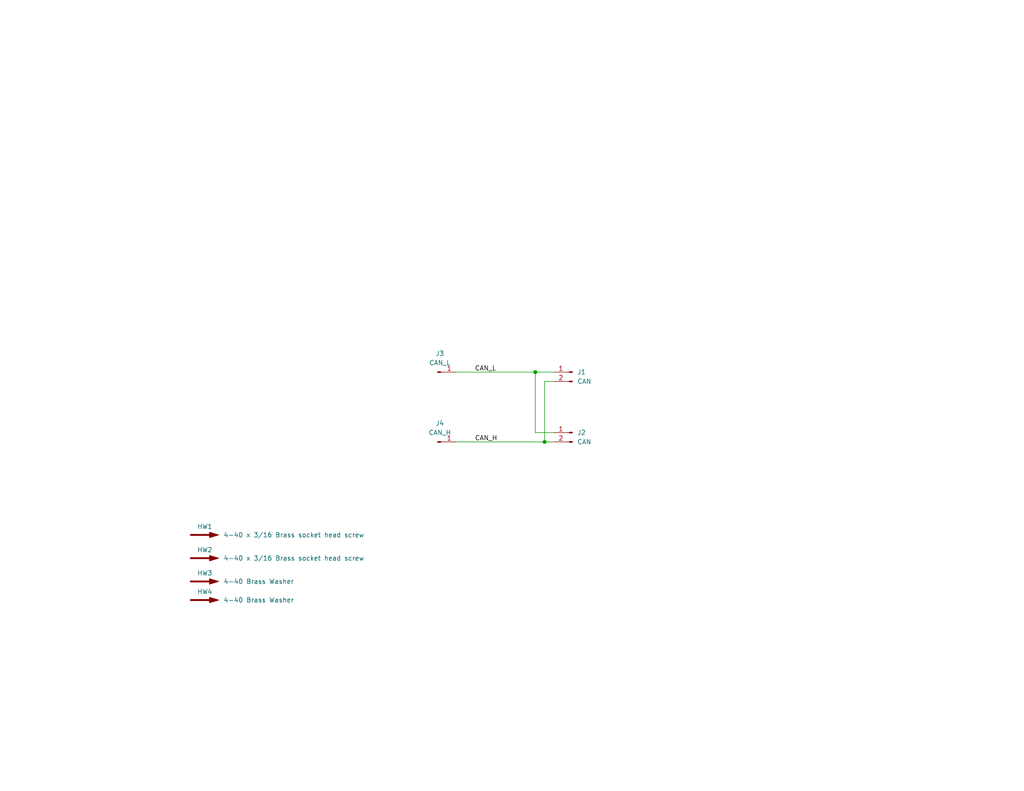
<source format=kicad_sch>
(kicad_sch (version 20230121) (generator eeschema)
  (paper "A")
  (title_block (title "Kraken CAN Adapter") (date "2023-12-28") (rev "1") (company "971 Spartan Robotics"))
  (lib_symbols
    (symbol "Connector:Conn_01x01_Pin" (pin_names (offset 1.016) hide)
      (property "Reference" "J" (at 0 2.54 0))
      (property "Value" "Conn_01x01_Pin" (at 0 -2.54 0))
      (symbol "Conn_01x01_Pin_1_1"
        (polyline (pts (xy 1.27 0) (xy 0.8636 0)) (stroke (width 0.1524)))
        (rectangle (start 0.8636 0.127) (end 0 -0.127) (stroke (width 0.1524)) (fill (type outline)))
        (pin passive line (at 5.08 0 180) (length 3.81) (name "Pin_1") (number "1"))
      )
    )
    (symbol "Connector:Conn_01x02_Pin" (pin_names (offset 1.016) hide)
      (property "Reference" "J" (at 0 2.54 0))
      (property "Value" "Conn_01x02_Pin" (at 0 -5.08 0))
      (symbol "Conn_01x02_Pin_1_1"
        (polyline (pts (xy 1.27 -2.54) (xy 0.8636 -2.54)) (stroke (width 0.1524)))
        (polyline (pts (xy 1.27 0) (xy 0.8636 0)) (stroke (width 0.1524)))
        (rectangle (start 0.8636 -2.413) (end 0 -2.667) (stroke (width 0.1524)) (fill (type outline)))
        (rectangle (start 0.8636 0.127) (end 0 -0.127) (stroke (width 0.1524)) (fill (type outline)))
        (pin passive line (at 5.08 0 180) (length 3.81) (name "Pin_1") (number "1"))
        (pin passive line (at 5.08 -2.54 180) (length 3.81) (name "Pin_2") (number "2"))
      )
    )
    (symbol "Graphic:SYM_Arrow_Large" (in_bom no) (on_board no)
      (symbol "SYM_Arrow_Large_0_1"
        (polyline (pts (xy 2.54 0) (xy -3.81 0)) (stroke (width 0.508)))
        (polyline (pts (xy 3.81 0) (xy 1.27 -0.762) (xy 1.27 0.762) (xy 3.81 0)) (fill (type outline)))
      )
    )
  )
  (junction (at 148.59 120.65))
  (junction (at 146.05 101.6))
  (wire (pts (xy 146.05 101.6) (xy 146.05 118.11)))
  (wire (pts (xy 148.59 120.65) (xy 124.46 120.65)))
  (wire (pts (xy 148.59 104.14) (xy 148.59 120.65)))
  (wire (pts (xy 148.59 120.65) (xy 151.13 120.65)))
  (wire (pts (xy 146.05 101.6) (xy 151.13 101.6)))
  (wire (pts (xy 146.05 101.6) (xy 124.46 101.6)))
  (wire (pts (xy 151.13 104.14) (xy 148.59 104.14)))
  (wire (pts (xy 151.13 118.11) (xy 146.05 118.11)))
  (label "CAN_L" (at 129.54 101.6 0))
  (label "CAN_H" (at 129.54 120.65 0))
  (symbol (lib_id "Graphic:SYM_Arrow_Large") (at 55.88 152.4 0) (unit 1) (on_board no)
    (property "Reference" "HW2" (at 55.88 150.114 0))
    (property "Value" "4-40 x 3/16 Brass socket head screw" (at 60.96 152.4 0) (effects (justify left)))
    (property "Datasheet" "https://www.mcmaster.com/93465A103/" (effects hide))
    (property "MFG" "McMaster-Carr" (effects hide))
    (property "MFG P/N" "93465A103" (effects hide))
  )
  (symbol (lib_id "Graphic:SYM_Arrow_Large") (at 55.88 158.75 0) (unit 1) (on_board no)
    (property "Reference" "HW3" (at 55.88 156.464 0))
    (property "Value" "4-40 Brass Washer" (at 60.96 158.75 0) (effects (justify left)))
    (property "Datasheet" "https://www.mcmaster.com/92916A320/" (effects hide))
    (property "MFG" "McMaster-Carr" (effects hide))
    (property "MFG P/N" "92916A320" (effects hide))
  )
  (symbol (lib_id "Graphic:SYM_Arrow_Large") (at 55.88 146.05 0) (unit 1) (on_board no)
    (property "Reference" "HW1" (at 55.88 143.764 0))
    (property "Value" "4-40 x 3/16 Brass socket head screw" (at 60.96 146.05 0) (effects (justify left)))
    (property "Datasheet" "https://www.mcmaster.com/93465A103/" (effects hide))
    (property "MFG" "McMaster-Carr" (effects hide))
    (property "MFG P/N" "93465A103" (effects hide))
  )
  (symbol (lib_id "Connector:Conn_01x01_Pin") (at 119.38 101.6 0) (unit 1) (in_bom no)
    (property "Reference" "J3" (at 120.015 96.52 0))
    (property "Value" "CAN_L" (at 120.015 99.06 0))
    (property "Footprint" "kraken-adapter:ScrewTerminal-#4" (effects hide))
  )
  (symbol (lib_id "Connector:Conn_01x02_Pin") (at 156.21 118.11 0) (mirror y) (unit 1)
    (property "Reference" "J2" (at 157.48 118.11 0) (effects (justify right)))
    (property "Value" "CAN" (at 157.48 120.65 0) (effects (justify right)))
    (property "Footprint" "kraken-adapter:70543-0001" (effects hide))
    (property "MFG" "Molex" (effects hide))
    (property "MFG P/N" "70543-0001" (effects hide))
    (property "DIST" "Digikey" (effects hide))
    (property "DIST P/N" "WM4800-ND" (effects hide))
  )
  (symbol (lib_id "Connector:Conn_01x01_Pin") (at 119.38 120.65 0) (unit 1) (in_bom no)
    (property "Reference" "J4" (at 120.015 115.57 0))
    (property "Value" "CAN_H" (at 120.015 118.11 0))
    (property "Footprint" "kraken-adapter:ScrewTerminal-#4" (effects hide))
  )
  (symbol (lib_id "Connector:Conn_01x02_Pin") (at 156.21 101.6 0) (mirror y) (unit 1)
    (property "Reference" "J1" (at 157.48 101.6 0) (effects (justify right)))
    (property "Value" "CAN" (at 157.48 104.14 0) (effects (justify right)))
    (property "Footprint" "kraken-adapter:70543-0001" (effects hide))
    (property "MFG" "Molex" (effects hide))
    (property "MFG P/N" "70543-0001" (effects hide))
    (property "DIST" "Digikey" (effects hide))
    (property "DIST P/N" "WM4800-ND" (effects hide))
  )
  (symbol (lib_id "Graphic:SYM_Arrow_Large") (at 55.88 163.83 0) (unit 1) (on_board no)
    (property "Reference" "HW4" (at 55.88 161.544 0))
    (property "Value" "4-40 Brass Washer" (at 60.96 163.83 0) (effects (justify left)))
    (property "Datasheet" "https://www.mcmaster.com/92916A320/" (effects hide))
    (property "MFG" "McMaster-Carr" (effects hide))
    (property "MFG P/N" "92916A320" (effects hide))
  )
)
</source>
